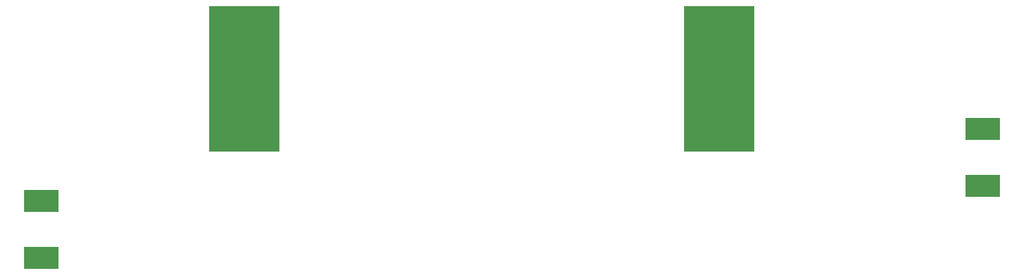
<source format=gbr>
G04 EAGLE Gerber RS-274X export*
G75*
%MOMM*%
%FSLAX34Y34*%
%LPD*%
%INSolderpaste Bottom*%
%IPPOS*%
%AMOC8*
5,1,8,0,0,1.08239X$1,22.5*%
G01*
%ADD10R,8.600000X18.000000*%
%ADD11R,4.191000X2.667000*%


D10*
X271145Y750570D03*
X855345Y750570D03*
D11*
X21154Y530204D03*
X21154Y600096D03*
X1178846Y688996D03*
X1178846Y619104D03*
M02*

</source>
